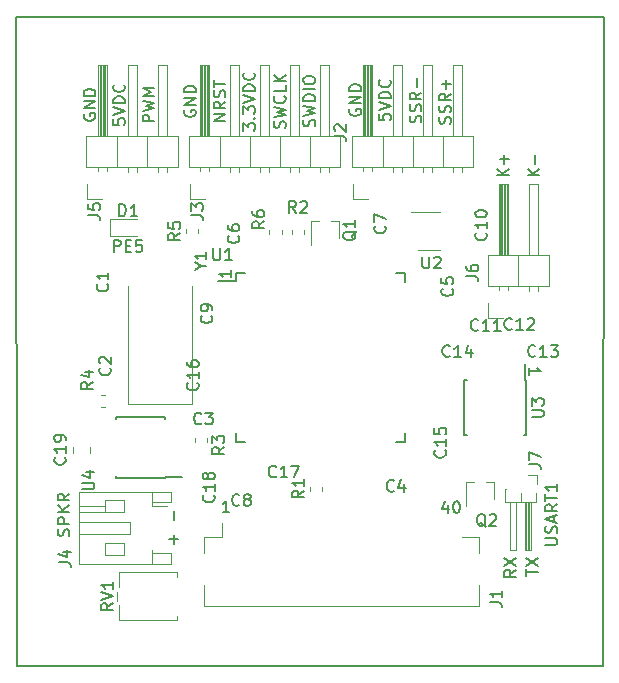
<source format=gbr>
G04 #@! TF.GenerationSoftware,KiCad,Pcbnew,5.1.0*
G04 #@! TF.CreationDate,2019-05-01T02:44:57+08:00*
G04 #@! TF.ProjectId,reflow-toaster-mainboard,7265666c-6f77-42d7-946f-61737465722d,rev?*
G04 #@! TF.SameCoordinates,Original*
G04 #@! TF.FileFunction,Legend,Top*
G04 #@! TF.FilePolarity,Positive*
%FSLAX46Y46*%
G04 Gerber Fmt 4.6, Leading zero omitted, Abs format (unit mm)*
G04 Created by KiCad (PCBNEW 5.1.0) date 2019-05-01 02:44:57*
%MOMM*%
%LPD*%
G04 APERTURE LIST*
%ADD10C,0.150000*%
%ADD11C,0.120000*%
G04 APERTURE END LIST*
D10*
X166052380Y-99147619D02*
X166861904Y-99147619D01*
X166957142Y-99100000D01*
X167004761Y-99052380D01*
X167052380Y-98957142D01*
X167052380Y-98766666D01*
X167004761Y-98671428D01*
X166957142Y-98623809D01*
X166861904Y-98576190D01*
X166052380Y-98576190D01*
X167004761Y-98147619D02*
X167052380Y-98004761D01*
X167052380Y-97766666D01*
X167004761Y-97671428D01*
X166957142Y-97623809D01*
X166861904Y-97576190D01*
X166766666Y-97576190D01*
X166671428Y-97623809D01*
X166623809Y-97671428D01*
X166576190Y-97766666D01*
X166528571Y-97957142D01*
X166480952Y-98052380D01*
X166433333Y-98100000D01*
X166338095Y-98147619D01*
X166242857Y-98147619D01*
X166147619Y-98100000D01*
X166100000Y-98052380D01*
X166052380Y-97957142D01*
X166052380Y-97719047D01*
X166100000Y-97576190D01*
X166766666Y-97195238D02*
X166766666Y-96719047D01*
X167052380Y-97290476D02*
X166052380Y-96957142D01*
X167052380Y-96623809D01*
X167052380Y-95719047D02*
X166576190Y-96052380D01*
X167052380Y-96290476D02*
X166052380Y-96290476D01*
X166052380Y-95909523D01*
X166100000Y-95814285D01*
X166147619Y-95766666D01*
X166242857Y-95719047D01*
X166385714Y-95719047D01*
X166480952Y-95766666D01*
X166528571Y-95814285D01*
X166576190Y-95909523D01*
X166576190Y-96290476D01*
X166052380Y-95433333D02*
X166052380Y-94861904D01*
X167052380Y-95147619D02*
X166052380Y-95147619D01*
X167052380Y-94004761D02*
X167052380Y-94576190D01*
X167052380Y-94290476D02*
X166052380Y-94290476D01*
X166195238Y-94385714D01*
X166290476Y-94480952D01*
X166338095Y-94576190D01*
X163552380Y-101266666D02*
X163076190Y-101600000D01*
X163552380Y-101838095D02*
X162552380Y-101838095D01*
X162552380Y-101457142D01*
X162600000Y-101361904D01*
X162647619Y-101314285D01*
X162742857Y-101266666D01*
X162885714Y-101266666D01*
X162980952Y-101314285D01*
X163028571Y-101361904D01*
X163076190Y-101457142D01*
X163076190Y-101838095D01*
X162552380Y-100933333D02*
X163552380Y-100266666D01*
X162552380Y-100266666D02*
X163552380Y-100933333D01*
X164452380Y-101761904D02*
X164452380Y-101190476D01*
X165452380Y-101476190D02*
X164452380Y-101476190D01*
X164452380Y-100952380D02*
X165452380Y-100285714D01*
X164452380Y-100285714D02*
X165452380Y-100952380D01*
X129509523Y-74352380D02*
X129509523Y-73352380D01*
X129890476Y-73352380D01*
X129985714Y-73400000D01*
X130033333Y-73447619D01*
X130080952Y-73542857D01*
X130080952Y-73685714D01*
X130033333Y-73780952D01*
X129985714Y-73828571D01*
X129890476Y-73876190D01*
X129509523Y-73876190D01*
X130509523Y-73828571D02*
X130842857Y-73828571D01*
X130985714Y-74352380D02*
X130509523Y-74352380D01*
X130509523Y-73352380D01*
X130985714Y-73352380D01*
X131890476Y-73352380D02*
X131414285Y-73352380D01*
X131366666Y-73828571D01*
X131414285Y-73780952D01*
X131509523Y-73733333D01*
X131747619Y-73733333D01*
X131842857Y-73780952D01*
X131890476Y-73828571D01*
X131938095Y-73923809D01*
X131938095Y-74161904D01*
X131890476Y-74257142D01*
X131842857Y-74304761D01*
X131747619Y-74352380D01*
X131509523Y-74352380D01*
X131414285Y-74304761D01*
X131366666Y-74257142D01*
X134571428Y-97080952D02*
X134571428Y-96319047D01*
X134571428Y-99080952D02*
X134571428Y-98319047D01*
X134952380Y-98700000D02*
X134190476Y-98700000D01*
X125704761Y-98385714D02*
X125752380Y-98242857D01*
X125752380Y-98004761D01*
X125704761Y-97909523D01*
X125657142Y-97861904D01*
X125561904Y-97814285D01*
X125466666Y-97814285D01*
X125371428Y-97861904D01*
X125323809Y-97909523D01*
X125276190Y-98004761D01*
X125228571Y-98195238D01*
X125180952Y-98290476D01*
X125133333Y-98338095D01*
X125038095Y-98385714D01*
X124942857Y-98385714D01*
X124847619Y-98338095D01*
X124800000Y-98290476D01*
X124752380Y-98195238D01*
X124752380Y-97957142D01*
X124800000Y-97814285D01*
X125752380Y-97385714D02*
X124752380Y-97385714D01*
X124752380Y-97004761D01*
X124800000Y-96909523D01*
X124847619Y-96861904D01*
X124942857Y-96814285D01*
X125085714Y-96814285D01*
X125180952Y-96861904D01*
X125228571Y-96909523D01*
X125276190Y-97004761D01*
X125276190Y-97385714D01*
X125752380Y-96385714D02*
X124752380Y-96385714D01*
X125752380Y-95814285D02*
X125180952Y-96242857D01*
X124752380Y-95814285D02*
X125323809Y-96385714D01*
X125752380Y-94814285D02*
X125276190Y-95147619D01*
X125752380Y-95385714D02*
X124752380Y-95385714D01*
X124752380Y-95004761D01*
X124800000Y-94909523D01*
X124847619Y-94861904D01*
X124942857Y-94814285D01*
X125085714Y-94814285D01*
X125180952Y-94861904D01*
X125228571Y-94909523D01*
X125276190Y-95004761D01*
X125276190Y-95385714D01*
X127000000Y-62661904D02*
X126952380Y-62757142D01*
X126952380Y-62900000D01*
X127000000Y-63042857D01*
X127095238Y-63138095D01*
X127190476Y-63185714D01*
X127380952Y-63233333D01*
X127523809Y-63233333D01*
X127714285Y-63185714D01*
X127809523Y-63138095D01*
X127904761Y-63042857D01*
X127952380Y-62900000D01*
X127952380Y-62804761D01*
X127904761Y-62661904D01*
X127857142Y-62614285D01*
X127523809Y-62614285D01*
X127523809Y-62804761D01*
X127952380Y-62185714D02*
X126952380Y-62185714D01*
X127952380Y-61614285D01*
X126952380Y-61614285D01*
X127952380Y-61138095D02*
X126952380Y-61138095D01*
X126952380Y-60900000D01*
X127000000Y-60757142D01*
X127095238Y-60661904D01*
X127190476Y-60614285D01*
X127380952Y-60566666D01*
X127523809Y-60566666D01*
X127714285Y-60614285D01*
X127809523Y-60661904D01*
X127904761Y-60757142D01*
X127952380Y-60900000D01*
X127952380Y-61138095D01*
X129452380Y-63090476D02*
X129452380Y-63566666D01*
X129928571Y-63614285D01*
X129880952Y-63566666D01*
X129833333Y-63471428D01*
X129833333Y-63233333D01*
X129880952Y-63138095D01*
X129928571Y-63090476D01*
X130023809Y-63042857D01*
X130261904Y-63042857D01*
X130357142Y-63090476D01*
X130404761Y-63138095D01*
X130452380Y-63233333D01*
X130452380Y-63471428D01*
X130404761Y-63566666D01*
X130357142Y-63614285D01*
X129452380Y-62757142D02*
X130452380Y-62423809D01*
X129452380Y-62090476D01*
X130452380Y-61757142D02*
X129452380Y-61757142D01*
X129452380Y-61519047D01*
X129500000Y-61376190D01*
X129595238Y-61280952D01*
X129690476Y-61233333D01*
X129880952Y-61185714D01*
X130023809Y-61185714D01*
X130214285Y-61233333D01*
X130309523Y-61280952D01*
X130404761Y-61376190D01*
X130452380Y-61519047D01*
X130452380Y-61757142D01*
X130357142Y-60185714D02*
X130404761Y-60233333D01*
X130452380Y-60376190D01*
X130452380Y-60471428D01*
X130404761Y-60614285D01*
X130309523Y-60709523D01*
X130214285Y-60757142D01*
X130023809Y-60804761D01*
X129880952Y-60804761D01*
X129690476Y-60757142D01*
X129595238Y-60709523D01*
X129500000Y-60614285D01*
X129452380Y-60471428D01*
X129452380Y-60376190D01*
X129500000Y-60233333D01*
X129547619Y-60185714D01*
X132952380Y-63304761D02*
X131952380Y-63304761D01*
X131952380Y-62923809D01*
X132000000Y-62828571D01*
X132047619Y-62780952D01*
X132142857Y-62733333D01*
X132285714Y-62733333D01*
X132380952Y-62780952D01*
X132428571Y-62828571D01*
X132476190Y-62923809D01*
X132476190Y-63304761D01*
X131952380Y-62400000D02*
X132952380Y-62161904D01*
X132238095Y-61971428D01*
X132952380Y-61780952D01*
X131952380Y-61542857D01*
X132952380Y-61161904D02*
X131952380Y-61161904D01*
X132666666Y-60828571D01*
X131952380Y-60495238D01*
X132952380Y-60495238D01*
X135500000Y-62361904D02*
X135452380Y-62457142D01*
X135452380Y-62600000D01*
X135500000Y-62742857D01*
X135595238Y-62838095D01*
X135690476Y-62885714D01*
X135880952Y-62933333D01*
X136023809Y-62933333D01*
X136214285Y-62885714D01*
X136309523Y-62838095D01*
X136404761Y-62742857D01*
X136452380Y-62600000D01*
X136452380Y-62504761D01*
X136404761Y-62361904D01*
X136357142Y-62314285D01*
X136023809Y-62314285D01*
X136023809Y-62504761D01*
X136452380Y-61885714D02*
X135452380Y-61885714D01*
X136452380Y-61314285D01*
X135452380Y-61314285D01*
X136452380Y-60838095D02*
X135452380Y-60838095D01*
X135452380Y-60600000D01*
X135500000Y-60457142D01*
X135595238Y-60361904D01*
X135690476Y-60314285D01*
X135880952Y-60266666D01*
X136023809Y-60266666D01*
X136214285Y-60314285D01*
X136309523Y-60361904D01*
X136404761Y-60457142D01*
X136452380Y-60600000D01*
X136452380Y-60838095D01*
X138952380Y-63242857D02*
X137952380Y-63242857D01*
X138952380Y-62671428D01*
X137952380Y-62671428D01*
X138952380Y-61623809D02*
X138476190Y-61957142D01*
X138952380Y-62195238D02*
X137952380Y-62195238D01*
X137952380Y-61814285D01*
X138000000Y-61719047D01*
X138047619Y-61671428D01*
X138142857Y-61623809D01*
X138285714Y-61623809D01*
X138380952Y-61671428D01*
X138428571Y-61719047D01*
X138476190Y-61814285D01*
X138476190Y-62195238D01*
X138904761Y-61242857D02*
X138952380Y-61100000D01*
X138952380Y-60861904D01*
X138904761Y-60766666D01*
X138857142Y-60719047D01*
X138761904Y-60671428D01*
X138666666Y-60671428D01*
X138571428Y-60719047D01*
X138523809Y-60766666D01*
X138476190Y-60861904D01*
X138428571Y-61052380D01*
X138380952Y-61147619D01*
X138333333Y-61195238D01*
X138238095Y-61242857D01*
X138142857Y-61242857D01*
X138047619Y-61195238D01*
X138000000Y-61147619D01*
X137952380Y-61052380D01*
X137952380Y-60814285D01*
X138000000Y-60671428D01*
X137952380Y-60385714D02*
X137952380Y-59814285D01*
X138952380Y-60100000D02*
X137952380Y-60100000D01*
X140452380Y-64076190D02*
X140452380Y-63457142D01*
X140833333Y-63790476D01*
X140833333Y-63647619D01*
X140880952Y-63552380D01*
X140928571Y-63504761D01*
X141023809Y-63457142D01*
X141261904Y-63457142D01*
X141357142Y-63504761D01*
X141404761Y-63552380D01*
X141452380Y-63647619D01*
X141452380Y-63933333D01*
X141404761Y-64028571D01*
X141357142Y-64076190D01*
X141357142Y-63028571D02*
X141404761Y-62980952D01*
X141452380Y-63028571D01*
X141404761Y-63076190D01*
X141357142Y-63028571D01*
X141452380Y-63028571D01*
X140452380Y-62647619D02*
X140452380Y-62028571D01*
X140833333Y-62361904D01*
X140833333Y-62219047D01*
X140880952Y-62123809D01*
X140928571Y-62076190D01*
X141023809Y-62028571D01*
X141261904Y-62028571D01*
X141357142Y-62076190D01*
X141404761Y-62123809D01*
X141452380Y-62219047D01*
X141452380Y-62504761D01*
X141404761Y-62600000D01*
X141357142Y-62647619D01*
X140452380Y-61742857D02*
X141452380Y-61409523D01*
X140452380Y-61076190D01*
X141452380Y-60742857D02*
X140452380Y-60742857D01*
X140452380Y-60504761D01*
X140500000Y-60361904D01*
X140595238Y-60266666D01*
X140690476Y-60219047D01*
X140880952Y-60171428D01*
X141023809Y-60171428D01*
X141214285Y-60219047D01*
X141309523Y-60266666D01*
X141404761Y-60361904D01*
X141452380Y-60504761D01*
X141452380Y-60742857D01*
X141357142Y-59171428D02*
X141404761Y-59219047D01*
X141452380Y-59361904D01*
X141452380Y-59457142D01*
X141404761Y-59600000D01*
X141309523Y-59695238D01*
X141214285Y-59742857D01*
X141023809Y-59790476D01*
X140880952Y-59790476D01*
X140690476Y-59742857D01*
X140595238Y-59695238D01*
X140500000Y-59600000D01*
X140452380Y-59457142D01*
X140452380Y-59361904D01*
X140500000Y-59219047D01*
X140547619Y-59171428D01*
X144004761Y-63861904D02*
X144052380Y-63719047D01*
X144052380Y-63480952D01*
X144004761Y-63385714D01*
X143957142Y-63338095D01*
X143861904Y-63290476D01*
X143766666Y-63290476D01*
X143671428Y-63338095D01*
X143623809Y-63385714D01*
X143576190Y-63480952D01*
X143528571Y-63671428D01*
X143480952Y-63766666D01*
X143433333Y-63814285D01*
X143338095Y-63861904D01*
X143242857Y-63861904D01*
X143147619Y-63814285D01*
X143100000Y-63766666D01*
X143052380Y-63671428D01*
X143052380Y-63433333D01*
X143100000Y-63290476D01*
X143052380Y-62957142D02*
X144052380Y-62719047D01*
X143338095Y-62528571D01*
X144052380Y-62338095D01*
X143052380Y-62100000D01*
X143957142Y-61147619D02*
X144004761Y-61195238D01*
X144052380Y-61338095D01*
X144052380Y-61433333D01*
X144004761Y-61576190D01*
X143909523Y-61671428D01*
X143814285Y-61719047D01*
X143623809Y-61766666D01*
X143480952Y-61766666D01*
X143290476Y-61719047D01*
X143195238Y-61671428D01*
X143100000Y-61576190D01*
X143052380Y-61433333D01*
X143052380Y-61338095D01*
X143100000Y-61195238D01*
X143147619Y-61147619D01*
X144052380Y-60242857D02*
X144052380Y-60719047D01*
X143052380Y-60719047D01*
X144052380Y-59909523D02*
X143052380Y-59909523D01*
X144052380Y-59338095D02*
X143480952Y-59766666D01*
X143052380Y-59338095D02*
X143623809Y-59909523D01*
X146504761Y-63719047D02*
X146552380Y-63576190D01*
X146552380Y-63338095D01*
X146504761Y-63242857D01*
X146457142Y-63195238D01*
X146361904Y-63147619D01*
X146266666Y-63147619D01*
X146171428Y-63195238D01*
X146123809Y-63242857D01*
X146076190Y-63338095D01*
X146028571Y-63528571D01*
X145980952Y-63623809D01*
X145933333Y-63671428D01*
X145838095Y-63719047D01*
X145742857Y-63719047D01*
X145647619Y-63671428D01*
X145600000Y-63623809D01*
X145552380Y-63528571D01*
X145552380Y-63290476D01*
X145600000Y-63147619D01*
X145552380Y-62814285D02*
X146552380Y-62576190D01*
X145838095Y-62385714D01*
X146552380Y-62195238D01*
X145552380Y-61957142D01*
X146552380Y-61576190D02*
X145552380Y-61576190D01*
X145552380Y-61338095D01*
X145600000Y-61195238D01*
X145695238Y-61100000D01*
X145790476Y-61052380D01*
X145980952Y-61004761D01*
X146123809Y-61004761D01*
X146314285Y-61052380D01*
X146409523Y-61100000D01*
X146504761Y-61195238D01*
X146552380Y-61338095D01*
X146552380Y-61576190D01*
X146552380Y-60576190D02*
X145552380Y-60576190D01*
X145552380Y-59909523D02*
X145552380Y-59719047D01*
X145600000Y-59623809D01*
X145695238Y-59528571D01*
X145885714Y-59480952D01*
X146219047Y-59480952D01*
X146409523Y-59528571D01*
X146504761Y-59623809D01*
X146552380Y-59719047D01*
X146552380Y-59909523D01*
X146504761Y-60004761D01*
X146409523Y-60100000D01*
X146219047Y-60147619D01*
X145885714Y-60147619D01*
X145695238Y-60100000D01*
X145600000Y-60004761D01*
X145552380Y-59909523D01*
X165552380Y-67880952D02*
X164552380Y-67880952D01*
X165552380Y-67309523D02*
X164980952Y-67738095D01*
X164552380Y-67309523D02*
X165123809Y-67880952D01*
X165171428Y-66880952D02*
X165171428Y-66119047D01*
X162952380Y-67880952D02*
X161952380Y-67880952D01*
X162952380Y-67309523D02*
X162380952Y-67738095D01*
X161952380Y-67309523D02*
X162523809Y-67880952D01*
X162571428Y-66880952D02*
X162571428Y-66119047D01*
X162952380Y-66500000D02*
X162190476Y-66500000D01*
X158004761Y-63480952D02*
X158052380Y-63338095D01*
X158052380Y-63100000D01*
X158004761Y-63004761D01*
X157957142Y-62957142D01*
X157861904Y-62909523D01*
X157766666Y-62909523D01*
X157671428Y-62957142D01*
X157623809Y-63004761D01*
X157576190Y-63100000D01*
X157528571Y-63290476D01*
X157480952Y-63385714D01*
X157433333Y-63433333D01*
X157338095Y-63480952D01*
X157242857Y-63480952D01*
X157147619Y-63433333D01*
X157100000Y-63385714D01*
X157052380Y-63290476D01*
X157052380Y-63052380D01*
X157100000Y-62909523D01*
X158004761Y-62528571D02*
X158052380Y-62385714D01*
X158052380Y-62147619D01*
X158004761Y-62052380D01*
X157957142Y-62004761D01*
X157861904Y-61957142D01*
X157766666Y-61957142D01*
X157671428Y-62004761D01*
X157623809Y-62052380D01*
X157576190Y-62147619D01*
X157528571Y-62338095D01*
X157480952Y-62433333D01*
X157433333Y-62480952D01*
X157338095Y-62528571D01*
X157242857Y-62528571D01*
X157147619Y-62480952D01*
X157100000Y-62433333D01*
X157052380Y-62338095D01*
X157052380Y-62100000D01*
X157100000Y-61957142D01*
X158052380Y-60957142D02*
X157576190Y-61290476D01*
X158052380Y-61528571D02*
X157052380Y-61528571D01*
X157052380Y-61147619D01*
X157100000Y-61052380D01*
X157147619Y-61004761D01*
X157242857Y-60957142D01*
X157385714Y-60957142D01*
X157480952Y-61004761D01*
X157528571Y-61052380D01*
X157576190Y-61147619D01*
X157576190Y-61528571D01*
X157671428Y-60528571D02*
X157671428Y-59766666D01*
X158052380Y-60147619D02*
X157290476Y-60147619D01*
X155504761Y-63380952D02*
X155552380Y-63238095D01*
X155552380Y-63000000D01*
X155504761Y-62904761D01*
X155457142Y-62857142D01*
X155361904Y-62809523D01*
X155266666Y-62809523D01*
X155171428Y-62857142D01*
X155123809Y-62904761D01*
X155076190Y-63000000D01*
X155028571Y-63190476D01*
X154980952Y-63285714D01*
X154933333Y-63333333D01*
X154838095Y-63380952D01*
X154742857Y-63380952D01*
X154647619Y-63333333D01*
X154600000Y-63285714D01*
X154552380Y-63190476D01*
X154552380Y-62952380D01*
X154600000Y-62809523D01*
X155504761Y-62428571D02*
X155552380Y-62285714D01*
X155552380Y-62047619D01*
X155504761Y-61952380D01*
X155457142Y-61904761D01*
X155361904Y-61857142D01*
X155266666Y-61857142D01*
X155171428Y-61904761D01*
X155123809Y-61952380D01*
X155076190Y-62047619D01*
X155028571Y-62238095D01*
X154980952Y-62333333D01*
X154933333Y-62380952D01*
X154838095Y-62428571D01*
X154742857Y-62428571D01*
X154647619Y-62380952D01*
X154600000Y-62333333D01*
X154552380Y-62238095D01*
X154552380Y-62000000D01*
X154600000Y-61857142D01*
X155552380Y-60857142D02*
X155076190Y-61190476D01*
X155552380Y-61428571D02*
X154552380Y-61428571D01*
X154552380Y-61047619D01*
X154600000Y-60952380D01*
X154647619Y-60904761D01*
X154742857Y-60857142D01*
X154885714Y-60857142D01*
X154980952Y-60904761D01*
X155028571Y-60952380D01*
X155076190Y-61047619D01*
X155076190Y-61428571D01*
X155171428Y-60428571D02*
X155171428Y-59666666D01*
X151952380Y-62690476D02*
X151952380Y-63166666D01*
X152428571Y-63214285D01*
X152380952Y-63166666D01*
X152333333Y-63071428D01*
X152333333Y-62833333D01*
X152380952Y-62738095D01*
X152428571Y-62690476D01*
X152523809Y-62642857D01*
X152761904Y-62642857D01*
X152857142Y-62690476D01*
X152904761Y-62738095D01*
X152952380Y-62833333D01*
X152952380Y-63071428D01*
X152904761Y-63166666D01*
X152857142Y-63214285D01*
X151952380Y-62357142D02*
X152952380Y-62023809D01*
X151952380Y-61690476D01*
X152952380Y-61357142D02*
X151952380Y-61357142D01*
X151952380Y-61119047D01*
X152000000Y-60976190D01*
X152095238Y-60880952D01*
X152190476Y-60833333D01*
X152380952Y-60785714D01*
X152523809Y-60785714D01*
X152714285Y-60833333D01*
X152809523Y-60880952D01*
X152904761Y-60976190D01*
X152952380Y-61119047D01*
X152952380Y-61357142D01*
X152857142Y-59785714D02*
X152904761Y-59833333D01*
X152952380Y-59976190D01*
X152952380Y-60071428D01*
X152904761Y-60214285D01*
X152809523Y-60309523D01*
X152714285Y-60357142D01*
X152523809Y-60404761D01*
X152380952Y-60404761D01*
X152190476Y-60357142D01*
X152095238Y-60309523D01*
X152000000Y-60214285D01*
X151952380Y-60071428D01*
X151952380Y-59976190D01*
X152000000Y-59833333D01*
X152047619Y-59785714D01*
X149500000Y-62261904D02*
X149452380Y-62357142D01*
X149452380Y-62500000D01*
X149500000Y-62642857D01*
X149595238Y-62738095D01*
X149690476Y-62785714D01*
X149880952Y-62833333D01*
X150023809Y-62833333D01*
X150214285Y-62785714D01*
X150309523Y-62738095D01*
X150404761Y-62642857D01*
X150452380Y-62500000D01*
X150452380Y-62404761D01*
X150404761Y-62261904D01*
X150357142Y-62214285D01*
X150023809Y-62214285D01*
X150023809Y-62404761D01*
X150452380Y-61785714D02*
X149452380Y-61785714D01*
X150452380Y-61214285D01*
X149452380Y-61214285D01*
X150452380Y-60738095D02*
X149452380Y-60738095D01*
X149452380Y-60500000D01*
X149500000Y-60357142D01*
X149595238Y-60261904D01*
X149690476Y-60214285D01*
X149880952Y-60166666D01*
X150023809Y-60166666D01*
X150214285Y-60214285D01*
X150309523Y-60261904D01*
X150404761Y-60357142D01*
X150452380Y-60500000D01*
X150452380Y-60738095D01*
X171000000Y-54500000D02*
X121200000Y-54500000D01*
X164647619Y-84735714D02*
X164647619Y-84164285D01*
X164647619Y-84450000D02*
X165647619Y-84450000D01*
X165504761Y-84354761D01*
X165409523Y-84259523D01*
X165361904Y-84164285D01*
X139452380Y-75914285D02*
X139452380Y-76485714D01*
X139452380Y-76200000D02*
X138452380Y-76200000D01*
X138595238Y-76295238D01*
X138690476Y-76390476D01*
X138738095Y-76485714D01*
X157764285Y-95785714D02*
X157764285Y-96452380D01*
X157526190Y-95404761D02*
X157288095Y-96119047D01*
X157907142Y-96119047D01*
X158478571Y-95452380D02*
X158573809Y-95452380D01*
X158669047Y-95500000D01*
X158716666Y-95547619D01*
X158764285Y-95642857D01*
X158811904Y-95833333D01*
X158811904Y-96071428D01*
X158764285Y-96261904D01*
X158716666Y-96357142D01*
X158669047Y-96404761D01*
X158573809Y-96452380D01*
X158478571Y-96452380D01*
X158383333Y-96404761D01*
X158335714Y-96357142D01*
X158288095Y-96261904D01*
X158240476Y-96071428D01*
X158240476Y-95833333D01*
X158288095Y-95642857D01*
X158335714Y-95547619D01*
X158383333Y-95500000D01*
X158478571Y-95452380D01*
X139285714Y-96402380D02*
X138714285Y-96402380D01*
X139000000Y-96402380D02*
X139000000Y-95402380D01*
X138904761Y-95545238D01*
X138809523Y-95640476D01*
X138714285Y-95688095D01*
X121300000Y-109400000D02*
X121200000Y-54500000D01*
X170900000Y-109400000D02*
X121300000Y-109400000D01*
X171000000Y-54500000D02*
X170900000Y-109400000D01*
D11*
X127190000Y-67160000D02*
X134930000Y-67160000D01*
X134930000Y-67160000D02*
X134930000Y-64500000D01*
X134930000Y-64500000D02*
X127190000Y-64500000D01*
X127190000Y-64500000D02*
X127190000Y-67160000D01*
X128140000Y-64500000D02*
X128140000Y-58500000D01*
X128140000Y-58500000D02*
X128900000Y-58500000D01*
X128900000Y-58500000D02*
X128900000Y-64500000D01*
X128200000Y-64500000D02*
X128200000Y-58500000D01*
X128320000Y-64500000D02*
X128320000Y-58500000D01*
X128440000Y-64500000D02*
X128440000Y-58500000D01*
X128560000Y-64500000D02*
X128560000Y-58500000D01*
X128680000Y-64500000D02*
X128680000Y-58500000D01*
X128800000Y-64500000D02*
X128800000Y-58500000D01*
X128140000Y-67490000D02*
X128140000Y-67160000D01*
X128900000Y-67490000D02*
X128900000Y-67160000D01*
X129790000Y-67160000D02*
X129790000Y-64500000D01*
X130680000Y-64500000D02*
X130680000Y-58500000D01*
X130680000Y-58500000D02*
X131440000Y-58500000D01*
X131440000Y-58500000D02*
X131440000Y-64500000D01*
X130680000Y-67557071D02*
X130680000Y-67160000D01*
X131440000Y-67557071D02*
X131440000Y-67160000D01*
X132330000Y-67160000D02*
X132330000Y-64500000D01*
X133220000Y-64500000D02*
X133220000Y-58500000D01*
X133220000Y-58500000D02*
X133980000Y-58500000D01*
X133980000Y-58500000D02*
X133980000Y-64500000D01*
X133220000Y-67557071D02*
X133220000Y-67160000D01*
X133980000Y-67557071D02*
X133980000Y-67160000D01*
X128520000Y-69870000D02*
X127250000Y-69870000D01*
X127250000Y-69870000D02*
X127250000Y-68600000D01*
X138640000Y-98500000D02*
X137150000Y-98500000D01*
X137150000Y-98500000D02*
X137150000Y-99840000D01*
X158960000Y-98500000D02*
X160450000Y-98500000D01*
X160450000Y-98500000D02*
X160450000Y-99840000D01*
X137150000Y-102560000D02*
X137150000Y-104300000D01*
X137150000Y-104300000D02*
X160450000Y-104300000D01*
X160450000Y-104300000D02*
X160450000Y-102560000D01*
X138640000Y-98500000D02*
X138640000Y-97300000D01*
D10*
X139875000Y-76175000D02*
X139875000Y-76825000D01*
X154125000Y-76175000D02*
X154125000Y-76935000D01*
X154125000Y-90425000D02*
X154125000Y-89665000D01*
X139875000Y-90425000D02*
X139875000Y-89665000D01*
X139875000Y-76175000D02*
X140635000Y-76175000D01*
X139875000Y-90425000D02*
X140635000Y-90425000D01*
X154125000Y-90425000D02*
X153365000Y-90425000D01*
X154125000Y-76175000D02*
X153365000Y-76175000D01*
X139875000Y-76825000D02*
X138350000Y-76825000D01*
D11*
X155300000Y-74210000D02*
X157100000Y-74210000D01*
X157100000Y-70990000D02*
X154650000Y-70990000D01*
D10*
X164425000Y-85175000D02*
X164300000Y-85175000D01*
X164425000Y-89825000D02*
X164200000Y-89825000D01*
X159175000Y-89825000D02*
X159400000Y-89825000D01*
X159175000Y-85175000D02*
X159400000Y-85175000D01*
X164425000Y-85175000D02*
X164425000Y-89825000D01*
X159175000Y-85175000D02*
X159175000Y-89825000D01*
X164300000Y-85175000D02*
X164300000Y-83825000D01*
D11*
X130700000Y-77200000D02*
X130700000Y-87200000D01*
X130700000Y-87200000D02*
X136100000Y-87200000D01*
X136100000Y-87200000D02*
X136100000Y-77200000D01*
X148560000Y-73180000D02*
X148560000Y-71770000D01*
X146240000Y-71770000D02*
X146240000Y-73800000D01*
X146240000Y-71770000D02*
X146900000Y-71770000D01*
X147900000Y-71770000D02*
X148560000Y-71770000D01*
X161000000Y-93870000D02*
X161660000Y-93870000D01*
X159340000Y-93870000D02*
X160000000Y-93870000D01*
X159340000Y-93870000D02*
X159340000Y-95900000D01*
X161660000Y-95280000D02*
X161660000Y-93870000D01*
X135870000Y-67160000D02*
X148690000Y-67160000D01*
X148690000Y-67160000D02*
X148690000Y-64500000D01*
X148690000Y-64500000D02*
X135870000Y-64500000D01*
X135870000Y-64500000D02*
X135870000Y-67160000D01*
X136820000Y-64500000D02*
X136820000Y-58500000D01*
X136820000Y-58500000D02*
X137580000Y-58500000D01*
X137580000Y-58500000D02*
X137580000Y-64500000D01*
X136880000Y-64500000D02*
X136880000Y-58500000D01*
X137000000Y-64500000D02*
X137000000Y-58500000D01*
X137120000Y-64500000D02*
X137120000Y-58500000D01*
X137240000Y-64500000D02*
X137240000Y-58500000D01*
X137360000Y-64500000D02*
X137360000Y-58500000D01*
X137480000Y-64500000D02*
X137480000Y-58500000D01*
X136820000Y-67490000D02*
X136820000Y-67160000D01*
X137580000Y-67490000D02*
X137580000Y-67160000D01*
X138470000Y-67160000D02*
X138470000Y-64500000D01*
X139360000Y-64500000D02*
X139360000Y-58500000D01*
X139360000Y-58500000D02*
X140120000Y-58500000D01*
X140120000Y-58500000D02*
X140120000Y-64500000D01*
X139360000Y-67557071D02*
X139360000Y-67160000D01*
X140120000Y-67557071D02*
X140120000Y-67160000D01*
X141010000Y-67160000D02*
X141010000Y-64500000D01*
X141900000Y-64500000D02*
X141900000Y-58500000D01*
X141900000Y-58500000D02*
X142660000Y-58500000D01*
X142660000Y-58500000D02*
X142660000Y-64500000D01*
X141900000Y-67557071D02*
X141900000Y-67160000D01*
X142660000Y-67557071D02*
X142660000Y-67160000D01*
X143550000Y-67160000D02*
X143550000Y-64500000D01*
X144440000Y-64500000D02*
X144440000Y-58500000D01*
X144440000Y-58500000D02*
X145200000Y-58500000D01*
X145200000Y-58500000D02*
X145200000Y-64500000D01*
X144440000Y-67557071D02*
X144440000Y-67160000D01*
X145200000Y-67557071D02*
X145200000Y-67160000D01*
X146090000Y-67160000D02*
X146090000Y-64500000D01*
X146980000Y-64500000D02*
X146980000Y-58500000D01*
X146980000Y-58500000D02*
X147740000Y-58500000D01*
X147740000Y-58500000D02*
X147740000Y-64500000D01*
X146980000Y-67557071D02*
X146980000Y-67160000D01*
X147740000Y-67557071D02*
X147740000Y-67160000D01*
X137200000Y-69870000D02*
X135930000Y-69870000D01*
X135930000Y-69870000D02*
X135930000Y-68600000D01*
X126090000Y-91358578D02*
X126090000Y-90841422D01*
X127510000Y-91358578D02*
X127510000Y-90841422D01*
D10*
X133875000Y-93475000D02*
X133875000Y-93425000D01*
X129725000Y-93475000D02*
X129725000Y-93330000D01*
X129725000Y-88325000D02*
X129725000Y-88470000D01*
X133875000Y-88325000D02*
X133875000Y-88470000D01*
X133875000Y-93475000D02*
X129725000Y-93475000D01*
X133875000Y-88325000D02*
X129725000Y-88325000D01*
X133875000Y-93425000D02*
X135275000Y-93425000D01*
D11*
X129227500Y-73035000D02*
X131512500Y-73035000D01*
X129227500Y-71565000D02*
X129227500Y-73035000D01*
X131512500Y-71565000D02*
X129227500Y-71565000D01*
X147110000Y-94562779D02*
X147110000Y-94237221D01*
X146090000Y-94562779D02*
X146090000Y-94237221D01*
X145610000Y-72524721D02*
X145610000Y-72850279D01*
X144590000Y-72524721D02*
X144590000Y-72850279D01*
X137410000Y-90137221D02*
X137410000Y-90462779D01*
X136390000Y-90137221D02*
X136390000Y-90462779D01*
X128437221Y-87510000D02*
X128762779Y-87510000D01*
X128437221Y-86490000D02*
X128762779Y-86490000D01*
X135590000Y-72762779D02*
X135590000Y-72437221D01*
X136610000Y-72762779D02*
X136610000Y-72437221D01*
X143710000Y-72537221D02*
X143710000Y-72862779D01*
X142690000Y-72537221D02*
X142690000Y-72862779D01*
X132760000Y-95840000D02*
X132760000Y-95560000D01*
X132760000Y-95560000D02*
X134360000Y-95560000D01*
X134360000Y-95560000D02*
X134360000Y-94640000D01*
X134360000Y-94640000D02*
X126540000Y-94640000D01*
X126540000Y-94640000D02*
X126540000Y-100760000D01*
X126540000Y-100760000D02*
X134360000Y-100760000D01*
X134360000Y-100760000D02*
X134360000Y-99840000D01*
X134360000Y-99840000D02*
X132760000Y-99840000D01*
X132760000Y-99840000D02*
X132760000Y-99560000D01*
X126540000Y-97200000D02*
X130900000Y-97200000D01*
X130900000Y-97200000D02*
X130900000Y-98200000D01*
X130900000Y-98200000D02*
X126540000Y-98200000D01*
X132760000Y-94640000D02*
X132760000Y-95560000D01*
X132760000Y-100760000D02*
X132760000Y-99840000D01*
X130400000Y-95400000D02*
X128800000Y-95400000D01*
X128800000Y-95400000D02*
X128800000Y-96400000D01*
X128800000Y-96400000D02*
X130400000Y-96400000D01*
X130400000Y-96400000D02*
X130400000Y-95400000D01*
X130400000Y-100000000D02*
X128800000Y-100000000D01*
X128800000Y-100000000D02*
X128800000Y-99000000D01*
X128800000Y-99000000D02*
X130400000Y-99000000D01*
X130400000Y-99000000D02*
X130400000Y-100000000D01*
X128800000Y-96400000D02*
X126540000Y-96400000D01*
X128800000Y-95900000D02*
X126540000Y-95900000D01*
X132760000Y-95840000D02*
X133975000Y-95840000D01*
X134820000Y-101860000D02*
X134820000Y-101480000D01*
X134820000Y-105520000D02*
X134820000Y-105140000D01*
X129800000Y-103870000D02*
X129800000Y-103150000D01*
X129930000Y-105520000D02*
X129930000Y-104240000D01*
X129930000Y-102760000D02*
X129930000Y-101480000D01*
X129930000Y-105520000D02*
X134820000Y-105520000D01*
X129930000Y-101480000D02*
X134820000Y-101480000D01*
X161170000Y-77260000D02*
X166370000Y-77260000D01*
X166370000Y-77260000D02*
X166370000Y-74600000D01*
X166370000Y-74600000D02*
X161170000Y-74600000D01*
X161170000Y-74600000D02*
X161170000Y-77260000D01*
X162120000Y-74600000D02*
X162120000Y-68600000D01*
X162120000Y-68600000D02*
X162880000Y-68600000D01*
X162880000Y-68600000D02*
X162880000Y-74600000D01*
X162180000Y-74600000D02*
X162180000Y-68600000D01*
X162300000Y-74600000D02*
X162300000Y-68600000D01*
X162420000Y-74600000D02*
X162420000Y-68600000D01*
X162540000Y-74600000D02*
X162540000Y-68600000D01*
X162660000Y-74600000D02*
X162660000Y-68600000D01*
X162780000Y-74600000D02*
X162780000Y-68600000D01*
X162120000Y-77590000D02*
X162120000Y-77260000D01*
X162880000Y-77590000D02*
X162880000Y-77260000D01*
X163770000Y-77260000D02*
X163770000Y-74600000D01*
X164660000Y-74600000D02*
X164660000Y-68600000D01*
X164660000Y-68600000D02*
X165420000Y-68600000D01*
X165420000Y-68600000D02*
X165420000Y-74600000D01*
X164660000Y-77657071D02*
X164660000Y-77260000D01*
X165420000Y-77657071D02*
X165420000Y-77260000D01*
X162500000Y-79970000D02*
X161230000Y-79970000D01*
X161230000Y-79970000D02*
X161230000Y-78700000D01*
X149670000Y-67160000D02*
X159950000Y-67160000D01*
X159950000Y-67160000D02*
X159950000Y-64500000D01*
X159950000Y-64500000D02*
X149670000Y-64500000D01*
X149670000Y-64500000D02*
X149670000Y-67160000D01*
X150620000Y-64500000D02*
X150620000Y-58500000D01*
X150620000Y-58500000D02*
X151380000Y-58500000D01*
X151380000Y-58500000D02*
X151380000Y-64500000D01*
X150680000Y-64500000D02*
X150680000Y-58500000D01*
X150800000Y-64500000D02*
X150800000Y-58500000D01*
X150920000Y-64500000D02*
X150920000Y-58500000D01*
X151040000Y-64500000D02*
X151040000Y-58500000D01*
X151160000Y-64500000D02*
X151160000Y-58500000D01*
X151280000Y-64500000D02*
X151280000Y-58500000D01*
X150620000Y-67490000D02*
X150620000Y-67160000D01*
X151380000Y-67490000D02*
X151380000Y-67160000D01*
X152270000Y-67160000D02*
X152270000Y-64500000D01*
X153160000Y-64500000D02*
X153160000Y-58500000D01*
X153160000Y-58500000D02*
X153920000Y-58500000D01*
X153920000Y-58500000D02*
X153920000Y-64500000D01*
X153160000Y-67557071D02*
X153160000Y-67160000D01*
X153920000Y-67557071D02*
X153920000Y-67160000D01*
X154810000Y-67160000D02*
X154810000Y-64500000D01*
X155700000Y-64500000D02*
X155700000Y-58500000D01*
X155700000Y-58500000D02*
X156460000Y-58500000D01*
X156460000Y-58500000D02*
X156460000Y-64500000D01*
X155700000Y-67557071D02*
X155700000Y-67160000D01*
X156460000Y-67557071D02*
X156460000Y-67160000D01*
X157350000Y-67160000D02*
X157350000Y-64500000D01*
X158240000Y-64500000D02*
X158240000Y-58500000D01*
X158240000Y-58500000D02*
X159000000Y-58500000D01*
X159000000Y-58500000D02*
X159000000Y-64500000D01*
X158240000Y-67557071D02*
X158240000Y-67160000D01*
X159000000Y-67557071D02*
X159000000Y-67160000D01*
X151000000Y-69870000D02*
X149730000Y-69870000D01*
X149730000Y-69870000D02*
X149730000Y-68600000D01*
X165295000Y-94760000D02*
X165295000Y-95560000D01*
X165295000Y-95560000D02*
X162635000Y-95560000D01*
X162635000Y-95560000D02*
X162635000Y-94440000D01*
X162635000Y-94440000D02*
X162710323Y-94440000D01*
X164860000Y-95560000D02*
X164860000Y-99560000D01*
X164860000Y-99560000D02*
X164340000Y-99560000D01*
X164340000Y-99560000D02*
X164340000Y-95560000D01*
X164800000Y-95560000D02*
X164800000Y-99560000D01*
X164680000Y-95560000D02*
X164680000Y-99560000D01*
X164560000Y-95560000D02*
X164560000Y-99560000D01*
X164440000Y-95560000D02*
X164440000Y-99560000D01*
X163965000Y-94760000D02*
X163965000Y-95560000D01*
X163590000Y-95560000D02*
X163590000Y-99560000D01*
X163590000Y-99560000D02*
X163070000Y-99560000D01*
X163070000Y-99560000D02*
X163070000Y-95560000D01*
X164600000Y-93240000D02*
X165360000Y-93240000D01*
X165360000Y-93240000D02*
X165360000Y-94000000D01*
D10*
X127352380Y-71233333D02*
X128066666Y-71233333D01*
X128209523Y-71280952D01*
X128304761Y-71376190D01*
X128352380Y-71519047D01*
X128352380Y-71614285D01*
X127352380Y-70280952D02*
X127352380Y-70757142D01*
X127828571Y-70804761D01*
X127780952Y-70757142D01*
X127733333Y-70661904D01*
X127733333Y-70423809D01*
X127780952Y-70328571D01*
X127828571Y-70280952D01*
X127923809Y-70233333D01*
X128161904Y-70233333D01*
X128257142Y-70280952D01*
X128304761Y-70328571D01*
X128352380Y-70423809D01*
X128352380Y-70661904D01*
X128304761Y-70757142D01*
X128257142Y-70804761D01*
X161352380Y-104033333D02*
X162066666Y-104033333D01*
X162209523Y-104080952D01*
X162304761Y-104176190D01*
X162352380Y-104319047D01*
X162352380Y-104414285D01*
X162352380Y-103033333D02*
X162352380Y-103604761D01*
X162352380Y-103319047D02*
X161352380Y-103319047D01*
X161495238Y-103414285D01*
X161590476Y-103509523D01*
X161638095Y-103604761D01*
X137938095Y-74052380D02*
X137938095Y-74861904D01*
X137985714Y-74957142D01*
X138033333Y-75004761D01*
X138128571Y-75052380D01*
X138319047Y-75052380D01*
X138414285Y-75004761D01*
X138461904Y-74957142D01*
X138509523Y-74861904D01*
X138509523Y-74052380D01*
X139509523Y-75052380D02*
X138938095Y-75052380D01*
X139223809Y-75052380D02*
X139223809Y-74052380D01*
X139128571Y-74195238D01*
X139033333Y-74290476D01*
X138938095Y-74338095D01*
X155638095Y-74752380D02*
X155638095Y-75561904D01*
X155685714Y-75657142D01*
X155733333Y-75704761D01*
X155828571Y-75752380D01*
X156019047Y-75752380D01*
X156114285Y-75704761D01*
X156161904Y-75657142D01*
X156209523Y-75561904D01*
X156209523Y-74752380D01*
X156638095Y-74847619D02*
X156685714Y-74800000D01*
X156780952Y-74752380D01*
X157019047Y-74752380D01*
X157114285Y-74800000D01*
X157161904Y-74847619D01*
X157209523Y-74942857D01*
X157209523Y-75038095D01*
X157161904Y-75180952D01*
X156590476Y-75752380D01*
X157209523Y-75752380D01*
X164902380Y-88311904D02*
X165711904Y-88311904D01*
X165807142Y-88264285D01*
X165854761Y-88216666D01*
X165902380Y-88121428D01*
X165902380Y-87930952D01*
X165854761Y-87835714D01*
X165807142Y-87788095D01*
X165711904Y-87740476D01*
X164902380Y-87740476D01*
X164902380Y-87359523D02*
X164902380Y-86740476D01*
X165283333Y-87073809D01*
X165283333Y-86930952D01*
X165330952Y-86835714D01*
X165378571Y-86788095D01*
X165473809Y-86740476D01*
X165711904Y-86740476D01*
X165807142Y-86788095D01*
X165854761Y-86835714D01*
X165902380Y-86930952D01*
X165902380Y-87216666D01*
X165854761Y-87311904D01*
X165807142Y-87359523D01*
X128957142Y-77066666D02*
X129004761Y-77114285D01*
X129052380Y-77257142D01*
X129052380Y-77352380D01*
X129004761Y-77495238D01*
X128909523Y-77590476D01*
X128814285Y-77638095D01*
X128623809Y-77685714D01*
X128480952Y-77685714D01*
X128290476Y-77638095D01*
X128195238Y-77590476D01*
X128100000Y-77495238D01*
X128052380Y-77352380D01*
X128052380Y-77257142D01*
X128100000Y-77114285D01*
X128147619Y-77066666D01*
X129052380Y-76114285D02*
X129052380Y-76685714D01*
X129052380Y-76400000D02*
X128052380Y-76400000D01*
X128195238Y-76495238D01*
X128290476Y-76590476D01*
X128338095Y-76685714D01*
X129157142Y-84166666D02*
X129204761Y-84214285D01*
X129252380Y-84357142D01*
X129252380Y-84452380D01*
X129204761Y-84595238D01*
X129109523Y-84690476D01*
X129014285Y-84738095D01*
X128823809Y-84785714D01*
X128680952Y-84785714D01*
X128490476Y-84738095D01*
X128395238Y-84690476D01*
X128300000Y-84595238D01*
X128252380Y-84452380D01*
X128252380Y-84357142D01*
X128300000Y-84214285D01*
X128347619Y-84166666D01*
X128347619Y-83785714D02*
X128300000Y-83738095D01*
X128252380Y-83642857D01*
X128252380Y-83404761D01*
X128300000Y-83309523D01*
X128347619Y-83261904D01*
X128442857Y-83214285D01*
X128538095Y-83214285D01*
X128680952Y-83261904D01*
X129252380Y-83833333D01*
X129252380Y-83214285D01*
X136933333Y-88857142D02*
X136885714Y-88904761D01*
X136742857Y-88952380D01*
X136647619Y-88952380D01*
X136504761Y-88904761D01*
X136409523Y-88809523D01*
X136361904Y-88714285D01*
X136314285Y-88523809D01*
X136314285Y-88380952D01*
X136361904Y-88190476D01*
X136409523Y-88095238D01*
X136504761Y-88000000D01*
X136647619Y-87952380D01*
X136742857Y-87952380D01*
X136885714Y-88000000D01*
X136933333Y-88047619D01*
X137266666Y-87952380D02*
X137885714Y-87952380D01*
X137552380Y-88333333D01*
X137695238Y-88333333D01*
X137790476Y-88380952D01*
X137838095Y-88428571D01*
X137885714Y-88523809D01*
X137885714Y-88761904D01*
X137838095Y-88857142D01*
X137790476Y-88904761D01*
X137695238Y-88952380D01*
X137409523Y-88952380D01*
X137314285Y-88904761D01*
X137266666Y-88857142D01*
X153233333Y-94557142D02*
X153185714Y-94604761D01*
X153042857Y-94652380D01*
X152947619Y-94652380D01*
X152804761Y-94604761D01*
X152709523Y-94509523D01*
X152661904Y-94414285D01*
X152614285Y-94223809D01*
X152614285Y-94080952D01*
X152661904Y-93890476D01*
X152709523Y-93795238D01*
X152804761Y-93700000D01*
X152947619Y-93652380D01*
X153042857Y-93652380D01*
X153185714Y-93700000D01*
X153233333Y-93747619D01*
X154090476Y-93985714D02*
X154090476Y-94652380D01*
X153852380Y-93604761D02*
X153614285Y-94319047D01*
X154233333Y-94319047D01*
X158157142Y-77451666D02*
X158204761Y-77499285D01*
X158252380Y-77642142D01*
X158252380Y-77737380D01*
X158204761Y-77880238D01*
X158109523Y-77975476D01*
X158014285Y-78023095D01*
X157823809Y-78070714D01*
X157680952Y-78070714D01*
X157490476Y-78023095D01*
X157395238Y-77975476D01*
X157300000Y-77880238D01*
X157252380Y-77737380D01*
X157252380Y-77642142D01*
X157300000Y-77499285D01*
X157347619Y-77451666D01*
X157252380Y-76546904D02*
X157252380Y-77023095D01*
X157728571Y-77070714D01*
X157680952Y-77023095D01*
X157633333Y-76927857D01*
X157633333Y-76689761D01*
X157680952Y-76594523D01*
X157728571Y-76546904D01*
X157823809Y-76499285D01*
X158061904Y-76499285D01*
X158157142Y-76546904D01*
X158204761Y-76594523D01*
X158252380Y-76689761D01*
X158252380Y-76927857D01*
X158204761Y-77023095D01*
X158157142Y-77070714D01*
X140057142Y-72966666D02*
X140104761Y-73014285D01*
X140152380Y-73157142D01*
X140152380Y-73252380D01*
X140104761Y-73395238D01*
X140009523Y-73490476D01*
X139914285Y-73538095D01*
X139723809Y-73585714D01*
X139580952Y-73585714D01*
X139390476Y-73538095D01*
X139295238Y-73490476D01*
X139200000Y-73395238D01*
X139152380Y-73252380D01*
X139152380Y-73157142D01*
X139200000Y-73014285D01*
X139247619Y-72966666D01*
X139152380Y-72109523D02*
X139152380Y-72300000D01*
X139200000Y-72395238D01*
X139247619Y-72442857D01*
X139390476Y-72538095D01*
X139580952Y-72585714D01*
X139961904Y-72585714D01*
X140057142Y-72538095D01*
X140104761Y-72490476D01*
X140152380Y-72395238D01*
X140152380Y-72204761D01*
X140104761Y-72109523D01*
X140057142Y-72061904D01*
X139961904Y-72014285D01*
X139723809Y-72014285D01*
X139628571Y-72061904D01*
X139580952Y-72109523D01*
X139533333Y-72204761D01*
X139533333Y-72395238D01*
X139580952Y-72490476D01*
X139628571Y-72538095D01*
X139723809Y-72585714D01*
X152457142Y-72166666D02*
X152504761Y-72214285D01*
X152552380Y-72357142D01*
X152552380Y-72452380D01*
X152504761Y-72595238D01*
X152409523Y-72690476D01*
X152314285Y-72738095D01*
X152123809Y-72785714D01*
X151980952Y-72785714D01*
X151790476Y-72738095D01*
X151695238Y-72690476D01*
X151600000Y-72595238D01*
X151552380Y-72452380D01*
X151552380Y-72357142D01*
X151600000Y-72214285D01*
X151647619Y-72166666D01*
X151552380Y-71833333D02*
X151552380Y-71166666D01*
X152552380Y-71595238D01*
X140133333Y-95757142D02*
X140085714Y-95804761D01*
X139942857Y-95852380D01*
X139847619Y-95852380D01*
X139704761Y-95804761D01*
X139609523Y-95709523D01*
X139561904Y-95614285D01*
X139514285Y-95423809D01*
X139514285Y-95280952D01*
X139561904Y-95090476D01*
X139609523Y-94995238D01*
X139704761Y-94900000D01*
X139847619Y-94852380D01*
X139942857Y-94852380D01*
X140085714Y-94900000D01*
X140133333Y-94947619D01*
X140704761Y-95280952D02*
X140609523Y-95233333D01*
X140561904Y-95185714D01*
X140514285Y-95090476D01*
X140514285Y-95042857D01*
X140561904Y-94947619D01*
X140609523Y-94900000D01*
X140704761Y-94852380D01*
X140895238Y-94852380D01*
X140990476Y-94900000D01*
X141038095Y-94947619D01*
X141085714Y-95042857D01*
X141085714Y-95090476D01*
X141038095Y-95185714D01*
X140990476Y-95233333D01*
X140895238Y-95280952D01*
X140704761Y-95280952D01*
X140609523Y-95328571D01*
X140561904Y-95376190D01*
X140514285Y-95471428D01*
X140514285Y-95661904D01*
X140561904Y-95757142D01*
X140609523Y-95804761D01*
X140704761Y-95852380D01*
X140895238Y-95852380D01*
X140990476Y-95804761D01*
X141038095Y-95757142D01*
X141085714Y-95661904D01*
X141085714Y-95471428D01*
X141038095Y-95376190D01*
X140990476Y-95328571D01*
X140895238Y-95280952D01*
X137757142Y-79751666D02*
X137804761Y-79799285D01*
X137852380Y-79942142D01*
X137852380Y-80037380D01*
X137804761Y-80180238D01*
X137709523Y-80275476D01*
X137614285Y-80323095D01*
X137423809Y-80370714D01*
X137280952Y-80370714D01*
X137090476Y-80323095D01*
X136995238Y-80275476D01*
X136900000Y-80180238D01*
X136852380Y-80037380D01*
X136852380Y-79942142D01*
X136900000Y-79799285D01*
X136947619Y-79751666D01*
X137852380Y-79275476D02*
X137852380Y-79085000D01*
X137804761Y-78989761D01*
X137757142Y-78942142D01*
X137614285Y-78846904D01*
X137423809Y-78799285D01*
X137042857Y-78799285D01*
X136947619Y-78846904D01*
X136900000Y-78894523D01*
X136852380Y-78989761D01*
X136852380Y-79180238D01*
X136900000Y-79275476D01*
X136947619Y-79323095D01*
X137042857Y-79370714D01*
X137280952Y-79370714D01*
X137376190Y-79323095D01*
X137423809Y-79275476D01*
X137471428Y-79180238D01*
X137471428Y-78989761D01*
X137423809Y-78894523D01*
X137376190Y-78846904D01*
X137280952Y-78799285D01*
X161007142Y-72742857D02*
X161054761Y-72790476D01*
X161102380Y-72933333D01*
X161102380Y-73028571D01*
X161054761Y-73171428D01*
X160959523Y-73266666D01*
X160864285Y-73314285D01*
X160673809Y-73361904D01*
X160530952Y-73361904D01*
X160340476Y-73314285D01*
X160245238Y-73266666D01*
X160150000Y-73171428D01*
X160102380Y-73028571D01*
X160102380Y-72933333D01*
X160150000Y-72790476D01*
X160197619Y-72742857D01*
X161102380Y-71790476D02*
X161102380Y-72361904D01*
X161102380Y-72076190D02*
X160102380Y-72076190D01*
X160245238Y-72171428D01*
X160340476Y-72266666D01*
X160388095Y-72361904D01*
X160102380Y-71171428D02*
X160102380Y-71076190D01*
X160150000Y-70980952D01*
X160197619Y-70933333D01*
X160292857Y-70885714D01*
X160483333Y-70838095D01*
X160721428Y-70838095D01*
X160911904Y-70885714D01*
X161007142Y-70933333D01*
X161054761Y-70980952D01*
X161102380Y-71076190D01*
X161102380Y-71171428D01*
X161054761Y-71266666D01*
X161007142Y-71314285D01*
X160911904Y-71361904D01*
X160721428Y-71409523D01*
X160483333Y-71409523D01*
X160292857Y-71361904D01*
X160197619Y-71314285D01*
X160150000Y-71266666D01*
X160102380Y-71171428D01*
X160357142Y-80957142D02*
X160309523Y-81004761D01*
X160166666Y-81052380D01*
X160071428Y-81052380D01*
X159928571Y-81004761D01*
X159833333Y-80909523D01*
X159785714Y-80814285D01*
X159738095Y-80623809D01*
X159738095Y-80480952D01*
X159785714Y-80290476D01*
X159833333Y-80195238D01*
X159928571Y-80100000D01*
X160071428Y-80052380D01*
X160166666Y-80052380D01*
X160309523Y-80100000D01*
X160357142Y-80147619D01*
X161309523Y-81052380D02*
X160738095Y-81052380D01*
X161023809Y-81052380D02*
X161023809Y-80052380D01*
X160928571Y-80195238D01*
X160833333Y-80290476D01*
X160738095Y-80338095D01*
X162261904Y-81052380D02*
X161690476Y-81052380D01*
X161976190Y-81052380D02*
X161976190Y-80052380D01*
X161880952Y-80195238D01*
X161785714Y-80290476D01*
X161690476Y-80338095D01*
X163207142Y-80857142D02*
X163159523Y-80904761D01*
X163016666Y-80952380D01*
X162921428Y-80952380D01*
X162778571Y-80904761D01*
X162683333Y-80809523D01*
X162635714Y-80714285D01*
X162588095Y-80523809D01*
X162588095Y-80380952D01*
X162635714Y-80190476D01*
X162683333Y-80095238D01*
X162778571Y-80000000D01*
X162921428Y-79952380D01*
X163016666Y-79952380D01*
X163159523Y-80000000D01*
X163207142Y-80047619D01*
X164159523Y-80952380D02*
X163588095Y-80952380D01*
X163873809Y-80952380D02*
X163873809Y-79952380D01*
X163778571Y-80095238D01*
X163683333Y-80190476D01*
X163588095Y-80238095D01*
X164540476Y-80047619D02*
X164588095Y-80000000D01*
X164683333Y-79952380D01*
X164921428Y-79952380D01*
X165016666Y-80000000D01*
X165064285Y-80047619D01*
X165111904Y-80142857D01*
X165111904Y-80238095D01*
X165064285Y-80380952D01*
X164492857Y-80952380D01*
X165111904Y-80952380D01*
X165207142Y-83157142D02*
X165159523Y-83204761D01*
X165016666Y-83252380D01*
X164921428Y-83252380D01*
X164778571Y-83204761D01*
X164683333Y-83109523D01*
X164635714Y-83014285D01*
X164588095Y-82823809D01*
X164588095Y-82680952D01*
X164635714Y-82490476D01*
X164683333Y-82395238D01*
X164778571Y-82300000D01*
X164921428Y-82252380D01*
X165016666Y-82252380D01*
X165159523Y-82300000D01*
X165207142Y-82347619D01*
X166159523Y-83252380D02*
X165588095Y-83252380D01*
X165873809Y-83252380D02*
X165873809Y-82252380D01*
X165778571Y-82395238D01*
X165683333Y-82490476D01*
X165588095Y-82538095D01*
X166492857Y-82252380D02*
X167111904Y-82252380D01*
X166778571Y-82633333D01*
X166921428Y-82633333D01*
X167016666Y-82680952D01*
X167064285Y-82728571D01*
X167111904Y-82823809D01*
X167111904Y-83061904D01*
X167064285Y-83157142D01*
X167016666Y-83204761D01*
X166921428Y-83252380D01*
X166635714Y-83252380D01*
X166540476Y-83204761D01*
X166492857Y-83157142D01*
X157957142Y-83157142D02*
X157909523Y-83204761D01*
X157766666Y-83252380D01*
X157671428Y-83252380D01*
X157528571Y-83204761D01*
X157433333Y-83109523D01*
X157385714Y-83014285D01*
X157338095Y-82823809D01*
X157338095Y-82680952D01*
X157385714Y-82490476D01*
X157433333Y-82395238D01*
X157528571Y-82300000D01*
X157671428Y-82252380D01*
X157766666Y-82252380D01*
X157909523Y-82300000D01*
X157957142Y-82347619D01*
X158909523Y-83252380D02*
X158338095Y-83252380D01*
X158623809Y-83252380D02*
X158623809Y-82252380D01*
X158528571Y-82395238D01*
X158433333Y-82490476D01*
X158338095Y-82538095D01*
X159766666Y-82585714D02*
X159766666Y-83252380D01*
X159528571Y-82204761D02*
X159290476Y-82919047D01*
X159909523Y-82919047D01*
X157557142Y-91142857D02*
X157604761Y-91190476D01*
X157652380Y-91333333D01*
X157652380Y-91428571D01*
X157604761Y-91571428D01*
X157509523Y-91666666D01*
X157414285Y-91714285D01*
X157223809Y-91761904D01*
X157080952Y-91761904D01*
X156890476Y-91714285D01*
X156795238Y-91666666D01*
X156700000Y-91571428D01*
X156652380Y-91428571D01*
X156652380Y-91333333D01*
X156700000Y-91190476D01*
X156747619Y-91142857D01*
X157652380Y-90190476D02*
X157652380Y-90761904D01*
X157652380Y-90476190D02*
X156652380Y-90476190D01*
X156795238Y-90571428D01*
X156890476Y-90666666D01*
X156938095Y-90761904D01*
X156652380Y-89285714D02*
X156652380Y-89761904D01*
X157128571Y-89809523D01*
X157080952Y-89761904D01*
X157033333Y-89666666D01*
X157033333Y-89428571D01*
X157080952Y-89333333D01*
X157128571Y-89285714D01*
X157223809Y-89238095D01*
X157461904Y-89238095D01*
X157557142Y-89285714D01*
X157604761Y-89333333D01*
X157652380Y-89428571D01*
X157652380Y-89666666D01*
X157604761Y-89761904D01*
X157557142Y-89809523D01*
X136876190Y-75576190D02*
X137352380Y-75576190D01*
X136352380Y-75909523D02*
X136876190Y-75576190D01*
X136352380Y-75242857D01*
X137352380Y-74385714D02*
X137352380Y-74957142D01*
X137352380Y-74671428D02*
X136352380Y-74671428D01*
X136495238Y-74766666D01*
X136590476Y-74861904D01*
X136638095Y-74957142D01*
X150047619Y-72595238D02*
X150000000Y-72690476D01*
X149904761Y-72785714D01*
X149761904Y-72928571D01*
X149714285Y-73023809D01*
X149714285Y-73119047D01*
X149952380Y-73071428D02*
X149904761Y-73166666D01*
X149809523Y-73261904D01*
X149619047Y-73309523D01*
X149285714Y-73309523D01*
X149095238Y-73261904D01*
X149000000Y-73166666D01*
X148952380Y-73071428D01*
X148952380Y-72880952D01*
X149000000Y-72785714D01*
X149095238Y-72690476D01*
X149285714Y-72642857D01*
X149619047Y-72642857D01*
X149809523Y-72690476D01*
X149904761Y-72785714D01*
X149952380Y-72880952D01*
X149952380Y-73071428D01*
X149952380Y-71690476D02*
X149952380Y-72261904D01*
X149952380Y-71976190D02*
X148952380Y-71976190D01*
X149095238Y-72071428D01*
X149190476Y-72166666D01*
X149238095Y-72261904D01*
X161004761Y-97647619D02*
X160909523Y-97600000D01*
X160814285Y-97504761D01*
X160671428Y-97361904D01*
X160576190Y-97314285D01*
X160480952Y-97314285D01*
X160528571Y-97552380D02*
X160433333Y-97504761D01*
X160338095Y-97409523D01*
X160290476Y-97219047D01*
X160290476Y-96885714D01*
X160338095Y-96695238D01*
X160433333Y-96600000D01*
X160528571Y-96552380D01*
X160719047Y-96552380D01*
X160814285Y-96600000D01*
X160909523Y-96695238D01*
X160957142Y-96885714D01*
X160957142Y-97219047D01*
X160909523Y-97409523D01*
X160814285Y-97504761D01*
X160719047Y-97552380D01*
X160528571Y-97552380D01*
X161338095Y-96647619D02*
X161385714Y-96600000D01*
X161480952Y-96552380D01*
X161719047Y-96552380D01*
X161814285Y-96600000D01*
X161861904Y-96647619D01*
X161909523Y-96742857D01*
X161909523Y-96838095D01*
X161861904Y-96980952D01*
X161290476Y-97552380D01*
X161909523Y-97552380D01*
X136052380Y-71233333D02*
X136766666Y-71233333D01*
X136909523Y-71280952D01*
X137004761Y-71376190D01*
X137052380Y-71519047D01*
X137052380Y-71614285D01*
X136052380Y-70852380D02*
X136052380Y-70233333D01*
X136433333Y-70566666D01*
X136433333Y-70423809D01*
X136480952Y-70328571D01*
X136528571Y-70280952D01*
X136623809Y-70233333D01*
X136861904Y-70233333D01*
X136957142Y-70280952D01*
X137004761Y-70328571D01*
X137052380Y-70423809D01*
X137052380Y-70709523D01*
X137004761Y-70804761D01*
X136957142Y-70852380D01*
X136587142Y-85442857D02*
X136634761Y-85490476D01*
X136682380Y-85633333D01*
X136682380Y-85728571D01*
X136634761Y-85871428D01*
X136539523Y-85966666D01*
X136444285Y-86014285D01*
X136253809Y-86061904D01*
X136110952Y-86061904D01*
X135920476Y-86014285D01*
X135825238Y-85966666D01*
X135730000Y-85871428D01*
X135682380Y-85728571D01*
X135682380Y-85633333D01*
X135730000Y-85490476D01*
X135777619Y-85442857D01*
X136682380Y-84490476D02*
X136682380Y-85061904D01*
X136682380Y-84776190D02*
X135682380Y-84776190D01*
X135825238Y-84871428D01*
X135920476Y-84966666D01*
X135968095Y-85061904D01*
X135682380Y-83633333D02*
X135682380Y-83823809D01*
X135730000Y-83919047D01*
X135777619Y-83966666D01*
X135920476Y-84061904D01*
X136110952Y-84109523D01*
X136491904Y-84109523D01*
X136587142Y-84061904D01*
X136634761Y-84014285D01*
X136682380Y-83919047D01*
X136682380Y-83728571D01*
X136634761Y-83633333D01*
X136587142Y-83585714D01*
X136491904Y-83538095D01*
X136253809Y-83538095D01*
X136158571Y-83585714D01*
X136110952Y-83633333D01*
X136063333Y-83728571D01*
X136063333Y-83919047D01*
X136110952Y-84014285D01*
X136158571Y-84061904D01*
X136253809Y-84109523D01*
X143257142Y-93357142D02*
X143209523Y-93404761D01*
X143066666Y-93452380D01*
X142971428Y-93452380D01*
X142828571Y-93404761D01*
X142733333Y-93309523D01*
X142685714Y-93214285D01*
X142638095Y-93023809D01*
X142638095Y-92880952D01*
X142685714Y-92690476D01*
X142733333Y-92595238D01*
X142828571Y-92500000D01*
X142971428Y-92452380D01*
X143066666Y-92452380D01*
X143209523Y-92500000D01*
X143257142Y-92547619D01*
X144209523Y-93452380D02*
X143638095Y-93452380D01*
X143923809Y-93452380D02*
X143923809Y-92452380D01*
X143828571Y-92595238D01*
X143733333Y-92690476D01*
X143638095Y-92738095D01*
X144542857Y-92452380D02*
X145209523Y-92452380D01*
X144780952Y-93452380D01*
X137957142Y-94942857D02*
X138004761Y-94990476D01*
X138052380Y-95133333D01*
X138052380Y-95228571D01*
X138004761Y-95371428D01*
X137909523Y-95466666D01*
X137814285Y-95514285D01*
X137623809Y-95561904D01*
X137480952Y-95561904D01*
X137290476Y-95514285D01*
X137195238Y-95466666D01*
X137100000Y-95371428D01*
X137052380Y-95228571D01*
X137052380Y-95133333D01*
X137100000Y-94990476D01*
X137147619Y-94942857D01*
X138052380Y-93990476D02*
X138052380Y-94561904D01*
X138052380Y-94276190D02*
X137052380Y-94276190D01*
X137195238Y-94371428D01*
X137290476Y-94466666D01*
X137338095Y-94561904D01*
X137480952Y-93419047D02*
X137433333Y-93514285D01*
X137385714Y-93561904D01*
X137290476Y-93609523D01*
X137242857Y-93609523D01*
X137147619Y-93561904D01*
X137100000Y-93514285D01*
X137052380Y-93419047D01*
X137052380Y-93228571D01*
X137100000Y-93133333D01*
X137147619Y-93085714D01*
X137242857Y-93038095D01*
X137290476Y-93038095D01*
X137385714Y-93085714D01*
X137433333Y-93133333D01*
X137480952Y-93228571D01*
X137480952Y-93419047D01*
X137528571Y-93514285D01*
X137576190Y-93561904D01*
X137671428Y-93609523D01*
X137861904Y-93609523D01*
X137957142Y-93561904D01*
X138004761Y-93514285D01*
X138052380Y-93419047D01*
X138052380Y-93228571D01*
X138004761Y-93133333D01*
X137957142Y-93085714D01*
X137861904Y-93038095D01*
X137671428Y-93038095D01*
X137576190Y-93085714D01*
X137528571Y-93133333D01*
X137480952Y-93228571D01*
X125357142Y-91742857D02*
X125404761Y-91790476D01*
X125452380Y-91933333D01*
X125452380Y-92028571D01*
X125404761Y-92171428D01*
X125309523Y-92266666D01*
X125214285Y-92314285D01*
X125023809Y-92361904D01*
X124880952Y-92361904D01*
X124690476Y-92314285D01*
X124595238Y-92266666D01*
X124500000Y-92171428D01*
X124452380Y-92028571D01*
X124452380Y-91933333D01*
X124500000Y-91790476D01*
X124547619Y-91742857D01*
X125452380Y-90790476D02*
X125452380Y-91361904D01*
X125452380Y-91076190D02*
X124452380Y-91076190D01*
X124595238Y-91171428D01*
X124690476Y-91266666D01*
X124738095Y-91361904D01*
X125452380Y-90314285D02*
X125452380Y-90123809D01*
X125404761Y-90028571D01*
X125357142Y-89980952D01*
X125214285Y-89885714D01*
X125023809Y-89838095D01*
X124642857Y-89838095D01*
X124547619Y-89885714D01*
X124500000Y-89933333D01*
X124452380Y-90028571D01*
X124452380Y-90219047D01*
X124500000Y-90314285D01*
X124547619Y-90361904D01*
X124642857Y-90409523D01*
X124880952Y-90409523D01*
X124976190Y-90361904D01*
X125023809Y-90314285D01*
X125071428Y-90219047D01*
X125071428Y-90028571D01*
X125023809Y-89933333D01*
X124976190Y-89885714D01*
X124880952Y-89838095D01*
X126852380Y-94461904D02*
X127661904Y-94461904D01*
X127757142Y-94414285D01*
X127804761Y-94366666D01*
X127852380Y-94271428D01*
X127852380Y-94080952D01*
X127804761Y-93985714D01*
X127757142Y-93938095D01*
X127661904Y-93890476D01*
X126852380Y-93890476D01*
X127185714Y-92985714D02*
X127852380Y-92985714D01*
X126804761Y-93223809D02*
X127519047Y-93461904D01*
X127519047Y-92842857D01*
X129974404Y-71322380D02*
X129974404Y-70322380D01*
X130212500Y-70322380D01*
X130355357Y-70370000D01*
X130450595Y-70465238D01*
X130498214Y-70560476D01*
X130545833Y-70750952D01*
X130545833Y-70893809D01*
X130498214Y-71084285D01*
X130450595Y-71179523D01*
X130355357Y-71274761D01*
X130212500Y-71322380D01*
X129974404Y-71322380D01*
X131498214Y-71322380D02*
X130926785Y-71322380D01*
X131212500Y-71322380D02*
X131212500Y-70322380D01*
X131117261Y-70465238D01*
X131022023Y-70560476D01*
X130926785Y-70608095D01*
X145622380Y-94566666D02*
X145146190Y-94900000D01*
X145622380Y-95138095D02*
X144622380Y-95138095D01*
X144622380Y-94757142D01*
X144670000Y-94661904D01*
X144717619Y-94614285D01*
X144812857Y-94566666D01*
X144955714Y-94566666D01*
X145050952Y-94614285D01*
X145098571Y-94661904D01*
X145146190Y-94757142D01*
X145146190Y-95138095D01*
X145622380Y-93614285D02*
X145622380Y-94185714D01*
X145622380Y-93900000D02*
X144622380Y-93900000D01*
X144765238Y-93995238D01*
X144860476Y-94090476D01*
X144908095Y-94185714D01*
X144933333Y-71052380D02*
X144600000Y-70576190D01*
X144361904Y-71052380D02*
X144361904Y-70052380D01*
X144742857Y-70052380D01*
X144838095Y-70100000D01*
X144885714Y-70147619D01*
X144933333Y-70242857D01*
X144933333Y-70385714D01*
X144885714Y-70480952D01*
X144838095Y-70528571D01*
X144742857Y-70576190D01*
X144361904Y-70576190D01*
X145314285Y-70147619D02*
X145361904Y-70100000D01*
X145457142Y-70052380D01*
X145695238Y-70052380D01*
X145790476Y-70100000D01*
X145838095Y-70147619D01*
X145885714Y-70242857D01*
X145885714Y-70338095D01*
X145838095Y-70480952D01*
X145266666Y-71052380D01*
X145885714Y-71052380D01*
X138852380Y-90866666D02*
X138376190Y-91200000D01*
X138852380Y-91438095D02*
X137852380Y-91438095D01*
X137852380Y-91057142D01*
X137900000Y-90961904D01*
X137947619Y-90914285D01*
X138042857Y-90866666D01*
X138185714Y-90866666D01*
X138280952Y-90914285D01*
X138328571Y-90961904D01*
X138376190Y-91057142D01*
X138376190Y-91438095D01*
X137852380Y-90533333D02*
X137852380Y-89914285D01*
X138233333Y-90247619D01*
X138233333Y-90104761D01*
X138280952Y-90009523D01*
X138328571Y-89961904D01*
X138423809Y-89914285D01*
X138661904Y-89914285D01*
X138757142Y-89961904D01*
X138804761Y-90009523D01*
X138852380Y-90104761D01*
X138852380Y-90390476D01*
X138804761Y-90485714D01*
X138757142Y-90533333D01*
X127752380Y-85366666D02*
X127276190Y-85700000D01*
X127752380Y-85938095D02*
X126752380Y-85938095D01*
X126752380Y-85557142D01*
X126800000Y-85461904D01*
X126847619Y-85414285D01*
X126942857Y-85366666D01*
X127085714Y-85366666D01*
X127180952Y-85414285D01*
X127228571Y-85461904D01*
X127276190Y-85557142D01*
X127276190Y-85938095D01*
X127085714Y-84509523D02*
X127752380Y-84509523D01*
X126704761Y-84747619D02*
X127419047Y-84985714D01*
X127419047Y-84366666D01*
X135122380Y-72766666D02*
X134646190Y-73100000D01*
X135122380Y-73338095D02*
X134122380Y-73338095D01*
X134122380Y-72957142D01*
X134170000Y-72861904D01*
X134217619Y-72814285D01*
X134312857Y-72766666D01*
X134455714Y-72766666D01*
X134550952Y-72814285D01*
X134598571Y-72861904D01*
X134646190Y-72957142D01*
X134646190Y-73338095D01*
X134122380Y-71861904D02*
X134122380Y-72338095D01*
X134598571Y-72385714D01*
X134550952Y-72338095D01*
X134503333Y-72242857D01*
X134503333Y-72004761D01*
X134550952Y-71909523D01*
X134598571Y-71861904D01*
X134693809Y-71814285D01*
X134931904Y-71814285D01*
X135027142Y-71861904D01*
X135074761Y-71909523D01*
X135122380Y-72004761D01*
X135122380Y-72242857D01*
X135074761Y-72338095D01*
X135027142Y-72385714D01*
X142252380Y-71766666D02*
X141776190Y-72100000D01*
X142252380Y-72338095D02*
X141252380Y-72338095D01*
X141252380Y-71957142D01*
X141300000Y-71861904D01*
X141347619Y-71814285D01*
X141442857Y-71766666D01*
X141585714Y-71766666D01*
X141680952Y-71814285D01*
X141728571Y-71861904D01*
X141776190Y-71957142D01*
X141776190Y-72338095D01*
X141252380Y-70909523D02*
X141252380Y-71100000D01*
X141300000Y-71195238D01*
X141347619Y-71242857D01*
X141490476Y-71338095D01*
X141680952Y-71385714D01*
X142061904Y-71385714D01*
X142157142Y-71338095D01*
X142204761Y-71290476D01*
X142252380Y-71195238D01*
X142252380Y-71004761D01*
X142204761Y-70909523D01*
X142157142Y-70861904D01*
X142061904Y-70814285D01*
X141823809Y-70814285D01*
X141728571Y-70861904D01*
X141680952Y-70909523D01*
X141633333Y-71004761D01*
X141633333Y-71195238D01*
X141680952Y-71290476D01*
X141728571Y-71338095D01*
X141823809Y-71385714D01*
X124852380Y-100633333D02*
X125566666Y-100633333D01*
X125709523Y-100680952D01*
X125804761Y-100776190D01*
X125852380Y-100919047D01*
X125852380Y-101014285D01*
X125185714Y-99728571D02*
X125852380Y-99728571D01*
X124804761Y-99966666D02*
X125519047Y-100204761D01*
X125519047Y-99585714D01*
X129452380Y-104095238D02*
X128976190Y-104428571D01*
X129452380Y-104666666D02*
X128452380Y-104666666D01*
X128452380Y-104285714D01*
X128500000Y-104190476D01*
X128547619Y-104142857D01*
X128642857Y-104095238D01*
X128785714Y-104095238D01*
X128880952Y-104142857D01*
X128928571Y-104190476D01*
X128976190Y-104285714D01*
X128976190Y-104666666D01*
X128452380Y-103809523D02*
X129452380Y-103476190D01*
X128452380Y-103142857D01*
X129452380Y-102285714D02*
X129452380Y-102857142D01*
X129452380Y-102571428D02*
X128452380Y-102571428D01*
X128595238Y-102666666D01*
X128690476Y-102761904D01*
X128738095Y-102857142D01*
X159352380Y-76433333D02*
X160066666Y-76433333D01*
X160209523Y-76480952D01*
X160304761Y-76576190D01*
X160352380Y-76719047D01*
X160352380Y-76814285D01*
X159352380Y-75528571D02*
X159352380Y-75719047D01*
X159400000Y-75814285D01*
X159447619Y-75861904D01*
X159590476Y-75957142D01*
X159780952Y-76004761D01*
X160161904Y-76004761D01*
X160257142Y-75957142D01*
X160304761Y-75909523D01*
X160352380Y-75814285D01*
X160352380Y-75623809D01*
X160304761Y-75528571D01*
X160257142Y-75480952D01*
X160161904Y-75433333D01*
X159923809Y-75433333D01*
X159828571Y-75480952D01*
X159780952Y-75528571D01*
X159733333Y-75623809D01*
X159733333Y-75814285D01*
X159780952Y-75909523D01*
X159828571Y-75957142D01*
X159923809Y-76004761D01*
X148182380Y-64548333D02*
X148896666Y-64548333D01*
X149039523Y-64595952D01*
X149134761Y-64691190D01*
X149182380Y-64834047D01*
X149182380Y-64929285D01*
X148277619Y-64119761D02*
X148230000Y-64072142D01*
X148182380Y-63976904D01*
X148182380Y-63738809D01*
X148230000Y-63643571D01*
X148277619Y-63595952D01*
X148372857Y-63548333D01*
X148468095Y-63548333D01*
X148610952Y-63595952D01*
X149182380Y-64167380D01*
X149182380Y-63548333D01*
X164652380Y-92333333D02*
X165366666Y-92333333D01*
X165509523Y-92380952D01*
X165604761Y-92476190D01*
X165652380Y-92619047D01*
X165652380Y-92714285D01*
X164652380Y-91952380D02*
X164652380Y-91285714D01*
X165652380Y-91714285D01*
M02*

</source>
